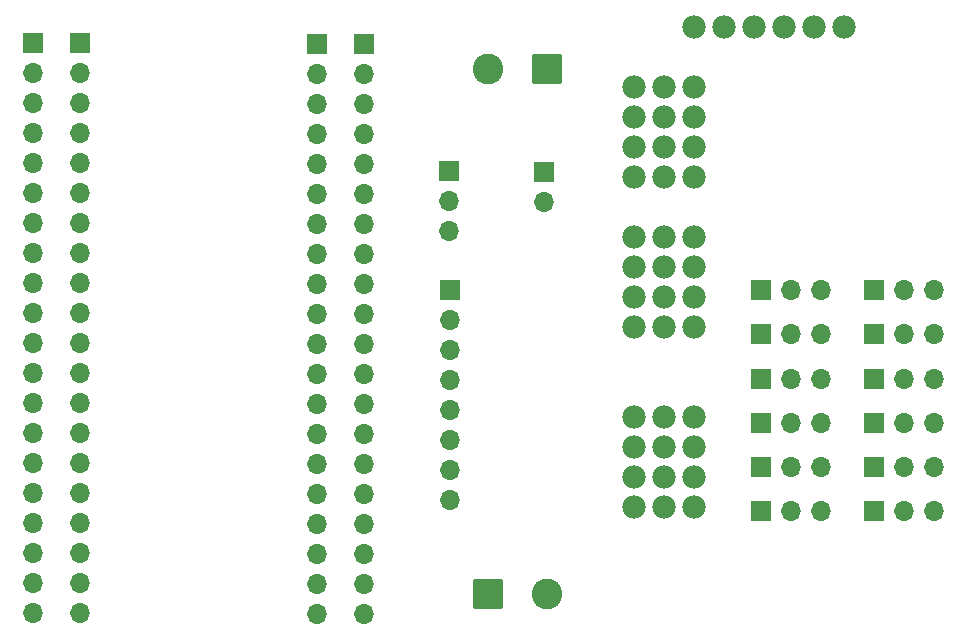
<source format=gbr>
%TF.GenerationSoftware,KiCad,Pcbnew,9.0.0*%
%TF.CreationDate,2025-03-26T16:26:24-04:00*%
%TF.ProjectId,spotmicro20mm,73706f74-6d69-4637-926f-32306d6d2e6b,rev?*%
%TF.SameCoordinates,Original*%
%TF.FileFunction,Soldermask,Top*%
%TF.FilePolarity,Negative*%
%FSLAX46Y46*%
G04 Gerber Fmt 4.6, Leading zero omitted, Abs format (unit mm)*
G04 Created by KiCad (PCBNEW 9.0.0) date 2025-03-26 16:26:24*
%MOMM*%
%LPD*%
G01*
G04 APERTURE LIST*
G04 Aperture macros list*
%AMRoundRect*
0 Rectangle with rounded corners*
0 $1 Rounding radius*
0 $2 $3 $4 $5 $6 $7 $8 $9 X,Y pos of 4 corners*
0 Add a 4 corners polygon primitive as box body*
4,1,4,$2,$3,$4,$5,$6,$7,$8,$9,$2,$3,0*
0 Add four circle primitives for the rounded corners*
1,1,$1+$1,$2,$3*
1,1,$1+$1,$4,$5*
1,1,$1+$1,$6,$7*
1,1,$1+$1,$8,$9*
0 Add four rect primitives between the rounded corners*
20,1,$1+$1,$2,$3,$4,$5,0*
20,1,$1+$1,$4,$5,$6,$7,0*
20,1,$1+$1,$6,$7,$8,$9,0*
20,1,$1+$1,$8,$9,$2,$3,0*%
G04 Aperture macros list end*
%ADD10R,1.700000X1.700000*%
%ADD11O,1.700000X1.700000*%
%ADD12RoundRect,0.250000X1.050000X1.050000X-1.050000X1.050000X-1.050000X-1.050000X1.050000X-1.050000X0*%
%ADD13C,2.600000*%
%ADD14RoundRect,0.250000X-1.050000X-1.050000X1.050000X-1.050000X1.050000X1.050000X-1.050000X1.050000X0*%
%ADD15C,1.982000*%
G04 APERTURE END LIST*
D10*
%TO.C,J9*%
X146170000Y-88000000D03*
D11*
X148710000Y-88000000D03*
X151250000Y-88000000D03*
%TD*%
D10*
%TO.C,J14*%
X88500000Y-63360000D03*
D11*
X88500000Y-65900000D03*
X88500000Y-68440000D03*
X88500000Y-70980000D03*
X88500000Y-73520000D03*
X88500000Y-76060000D03*
X88500000Y-78600000D03*
X88500000Y-81140000D03*
X88500000Y-83680000D03*
X88500000Y-86220000D03*
X88500000Y-88760000D03*
X88500000Y-91300000D03*
X88500000Y-93840000D03*
X88500000Y-96380000D03*
X88500000Y-98920000D03*
X88500000Y-101460000D03*
X88500000Y-104000000D03*
X88500000Y-106540000D03*
X88500000Y-109080000D03*
X88500000Y-111620000D03*
%TD*%
D10*
%TO.C,J6*%
X155670000Y-99250000D03*
D11*
X158210000Y-99250000D03*
X160750000Y-99250000D03*
%TD*%
D10*
%TO.C,J18*%
X127750000Y-74250000D03*
D11*
X127750000Y-76790000D03*
%TD*%
D12*
%TO.C,J21*%
X127993453Y-65577500D03*
D13*
X122993453Y-65577500D03*
%TD*%
D10*
%TO.C,J4*%
X155670000Y-91750000D03*
D11*
X158210000Y-91750000D03*
X160750000Y-91750000D03*
%TD*%
D10*
%TO.C,J17*%
X112500000Y-63400000D03*
D11*
X112500000Y-65940000D03*
X112500000Y-68480000D03*
X112500000Y-71020000D03*
X112500000Y-73560000D03*
X112500000Y-76100000D03*
X112500000Y-78640000D03*
X112500000Y-81180000D03*
X112500000Y-83720000D03*
X112500000Y-86260000D03*
X112500000Y-88800000D03*
X112500000Y-91340000D03*
X112500000Y-93880000D03*
X112500000Y-96420000D03*
X112500000Y-98960000D03*
X112500000Y-101500000D03*
X112500000Y-104040000D03*
X112500000Y-106580000D03*
X112500000Y-109120000D03*
X112500000Y-111660000D03*
%TD*%
D10*
%TO.C,J13*%
X146170000Y-103000000D03*
D11*
X148710000Y-103000000D03*
X151250000Y-103000000D03*
%TD*%
D10*
%TO.C,J3*%
X155670000Y-88000000D03*
D11*
X158210000Y-88000000D03*
X160750000Y-88000000D03*
%TD*%
D10*
%TO.C,J15*%
X108500000Y-63400000D03*
D11*
X108500000Y-65940000D03*
X108500000Y-68480000D03*
X108500000Y-71020000D03*
X108500000Y-73560000D03*
X108500000Y-76100000D03*
X108500000Y-78640000D03*
X108500000Y-81180000D03*
X108500000Y-83720000D03*
X108500000Y-86260000D03*
X108500000Y-88800000D03*
X108500000Y-91340000D03*
X108500000Y-93880000D03*
X108500000Y-96420000D03*
X108500000Y-98960000D03*
X108500000Y-101500000D03*
X108500000Y-104040000D03*
X108500000Y-106580000D03*
X108500000Y-109120000D03*
X108500000Y-111660000D03*
%TD*%
D10*
%TO.C,J11*%
X146170000Y-95500000D03*
D11*
X148710000Y-95500000D03*
X151250000Y-95500000D03*
%TD*%
D14*
%TO.C,J1*%
X123000000Y-110000000D03*
D13*
X128000000Y-110000000D03*
%TD*%
D10*
%TO.C,J16*%
X84500000Y-63360000D03*
D11*
X84500000Y-65900000D03*
X84500000Y-68440000D03*
X84500000Y-70980000D03*
X84500000Y-73520000D03*
X84500000Y-76060000D03*
X84500000Y-78600000D03*
X84500000Y-81140000D03*
X84500000Y-83680000D03*
X84500000Y-86220000D03*
X84500000Y-88760000D03*
X84500000Y-91300000D03*
X84500000Y-93840000D03*
X84500000Y-96380000D03*
X84500000Y-98920000D03*
X84500000Y-101460000D03*
X84500000Y-104000000D03*
X84500000Y-106540000D03*
X84500000Y-109080000D03*
X84500000Y-111620000D03*
%TD*%
D10*
%TO.C,J8*%
X146170000Y-84250000D03*
D11*
X148710000Y-84250000D03*
X151250000Y-84250000D03*
%TD*%
D10*
%TO.C,J5*%
X155670000Y-95500000D03*
D11*
X158210000Y-95500000D03*
X160750000Y-95500000D03*
%TD*%
D10*
%TO.C,J10*%
X146170000Y-91750000D03*
D11*
X148710000Y-91750000D03*
X151250000Y-91750000D03*
%TD*%
D10*
%TO.C,J20*%
X119800000Y-84260000D03*
D11*
X119800000Y-86800000D03*
X119800000Y-89340000D03*
X119800000Y-91880000D03*
X119800000Y-94420000D03*
X119800000Y-96960000D03*
X119800000Y-99500000D03*
X119800000Y-102040000D03*
%TD*%
D10*
%TO.C,J12*%
X146170000Y-99250000D03*
D11*
X148710000Y-99250000D03*
X151250000Y-99250000D03*
%TD*%
D10*
%TO.C,J19*%
X119750000Y-74210000D03*
D11*
X119750000Y-76750000D03*
X119750000Y-79290000D03*
%TD*%
D10*
%TO.C,J7*%
X155670000Y-103000000D03*
D11*
X158210000Y-103000000D03*
X160750000Y-103000000D03*
%TD*%
D15*
%TO.C,U2*%
X140440000Y-67050000D03*
X140440000Y-69590000D03*
X140440000Y-72130000D03*
X140440000Y-74670000D03*
X140440000Y-79750000D03*
X140440000Y-82290000D03*
X140440000Y-84830000D03*
X140440000Y-87370000D03*
X140440000Y-94990000D03*
X140440000Y-97530000D03*
X140440000Y-100070000D03*
X140440000Y-102610000D03*
X153140000Y-61970000D03*
X135360000Y-67050000D03*
X135360000Y-69590000D03*
X135360000Y-72130000D03*
X135360000Y-74670000D03*
X135360000Y-79750000D03*
X135360000Y-82290000D03*
X135360000Y-84830000D03*
X135360000Y-87370000D03*
X135360000Y-94990000D03*
X135360000Y-97530000D03*
X135360000Y-100070000D03*
X135360000Y-102610000D03*
X150600000Y-61970000D03*
X148060000Y-61970000D03*
X145520000Y-61970000D03*
X140440000Y-61970000D03*
X137900000Y-67050000D03*
X137900000Y-69590000D03*
X137900000Y-72130000D03*
X137900000Y-74670000D03*
X137900000Y-79750000D03*
X137900000Y-82290000D03*
X137900000Y-84830000D03*
X137900000Y-87370000D03*
X137900000Y-94990000D03*
X137900000Y-97530000D03*
X137900000Y-100070000D03*
X137900000Y-102610000D03*
X142980000Y-61970000D03*
%TD*%
D10*
%TO.C,J2*%
X155670000Y-84250000D03*
D11*
X158210000Y-84250000D03*
X160750000Y-84250000D03*
%TD*%
M02*

</source>
